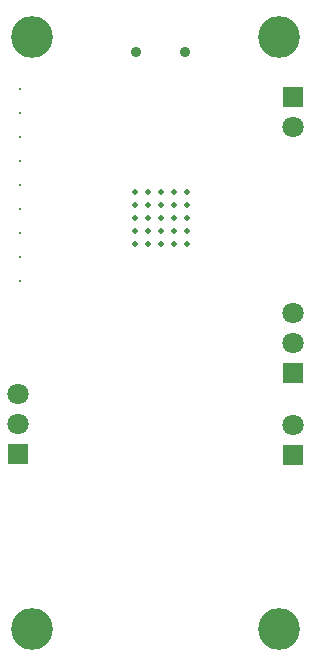
<source format=gbs>
G04*
G04 #@! TF.GenerationSoftware,Altium Limited,Altium Designer,20.0.9 (164)*
G04*
G04 Layer_Color=16711935*
%FSAX25Y25*%
%MOIN*%
G70*
G01*
G75*
%ADD38C,0.07099*%
%ADD39R,0.07099X0.07099*%
%ADD40C,0.03556*%
%ADD43C,0.13923*%
%ADD49C,0.01968*%
%ADD51C,0.00800*%
D38*
X0197000Y0178000D02*
D03*
Y0277500D02*
D03*
Y0205500D02*
D03*
Y0215500D02*
D03*
X0105500Y0178500D02*
D03*
Y0188500D02*
D03*
D39*
X0197000Y0168000D02*
D03*
Y0287500D02*
D03*
Y0195500D02*
D03*
X0105500Y0168500D02*
D03*
D40*
X0161250Y0302500D02*
D03*
X0144911D02*
D03*
D43*
X0110000Y0307500D02*
D03*
X0192500D02*
D03*
Y0110000D02*
D03*
X0110000D02*
D03*
D49*
X0161661Y0255661D02*
D03*
Y0251331D02*
D03*
Y0247000D02*
D03*
Y0242669D02*
D03*
Y0238339D02*
D03*
X0157331Y0255661D02*
D03*
Y0251331D02*
D03*
Y0247000D02*
D03*
Y0242669D02*
D03*
Y0238339D02*
D03*
X0153000Y0255661D02*
D03*
Y0251331D02*
D03*
Y0247000D02*
D03*
Y0242669D02*
D03*
Y0238339D02*
D03*
X0148669Y0255661D02*
D03*
Y0251331D02*
D03*
Y0247000D02*
D03*
Y0242669D02*
D03*
Y0238339D02*
D03*
X0144339Y0255661D02*
D03*
Y0251331D02*
D03*
Y0247000D02*
D03*
Y0242669D02*
D03*
Y0238339D02*
D03*
D51*
X0106000Y0290000D02*
D03*
Y0282000D02*
D03*
Y0266000D02*
D03*
Y0258000D02*
D03*
Y0274000D02*
D03*
Y0242000D02*
D03*
Y0234000D02*
D03*
Y0250000D02*
D03*
Y0226000D02*
D03*
M02*

</source>
